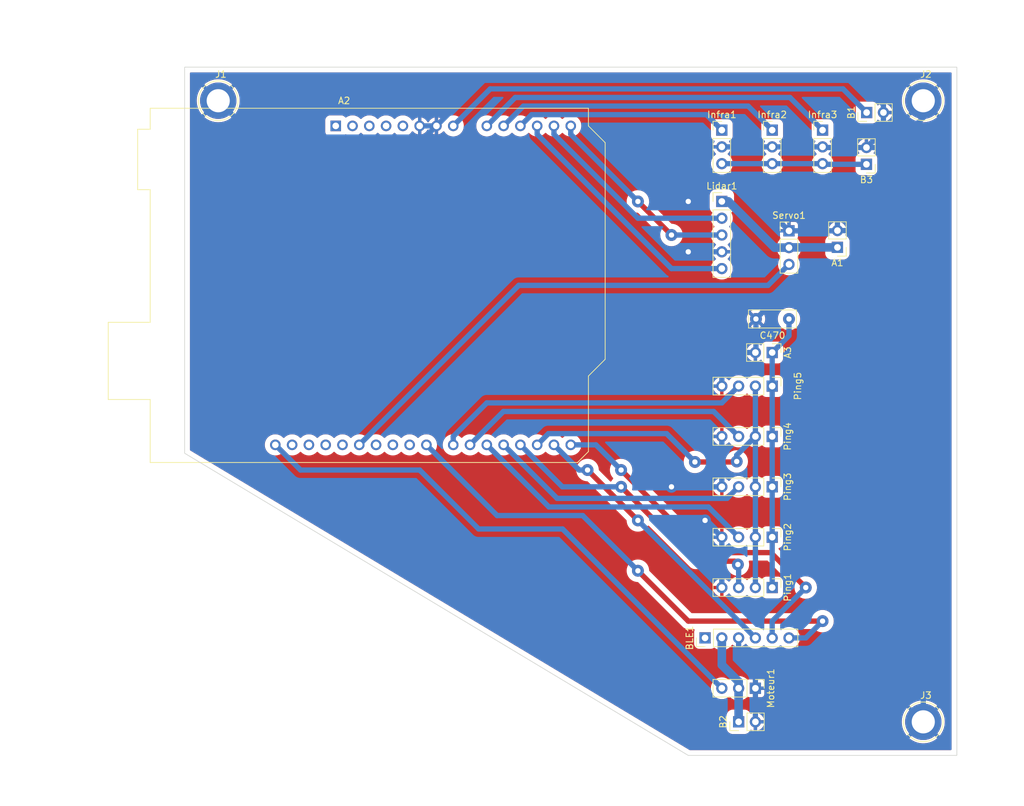
<source format=kicad_pcb>
(kicad_pcb (version 20211014) (generator pcbnew)
  (layers (0 "F.Cu" signal) (31 "B.Cu" signal) (34 "B.Paste" user) (35 "F.Paste" user) (36 "B.SilkS" user "B.Silkscreen") (37 "F.SilkS" user "F.Silkscreen") (38 "B.Mask" user) (39 "F.Mask" user) (44 "Edge.Cuts" user))
  (net 0 "")
  (net 6 "GND")
  (net 7 "/5V_Carte")
  (net 8 "/I3")
  (net 9 "/I2")
  (net 10 "/I1")
  (net 11 "/PWM_Lidar")
  (net 12 "/TX_Lidar")
  (net 13 "/RX_Lidar")
  (net 14 "/RX_BLE")
  (net 15 "/TX_BLE")
  (net 16 "/Trig_Cmd")
  (net 17 "/P1")
  (net 18 "/P3")
  (net 19 "/P2")
  (net 20 "/P4")
  (net 21 "/P5")
  (net 22 "/STATE_BLE")
  (net 26 "/Servo_Cmd")
  (net 30 "/M_Cmd")
  (net 31 "/5V_LID{slash}SRVO")
  (net 32 "/5V_BLE{slash}MOT")
  (net 34 "/5V_PNG")
  (net 35 "/5V_INF")
  (footprint "FootprintGamelGe2:C_Rect_L7.0mm_W2.5mm_P5.00mm" (layer "F.Cu") (at 200.66 88.9 180)
    (fp_text reference "C470" (at 2.5 -2.5) (layer "F.SilkS"))
    (fp_text value "C")
    (fp_line (start -1.12 1.37) (end 6.12 1.37) (layer "F.SilkS") (width 0.12))
    (fp_line (start 6.12 -1.37) (end 6.12 1.37) (layer "F.SilkS") (width 0.12))
    (fp_line (start -1.12 -1.37) (end 6.12 -1.37) (layer "F.SilkS") (width 0.12))
    (fp_line (start -1.12 -1.37) (end -1.12 1.37) (layer "F.SilkS") (width 0.12))
    (pad "1" thru_hole circle locked (at 0 0 180) (size 1.8 1.8) (drill 0.8) (layers *.Cu *.Mask) (net 34 "/5V_PNG"))
    (pad "2" thru_hole circle locked (at 5 0 180) (size 1.8 1.8) (drill 0.8) (layers *.Cu *.Mask) (net 6 "GND"))
  )
  (footprint "Connector_PinHeader_2.54mm:PinHeader_1x02_P2.54mm_Vertical" (layer "F.Cu") (at 193.04 149.86 90)
    (fp_text reference "B2" (at 0 -2.33 90) (layer "F.SilkS"))
    (fp_text value "Conn_01x02" hide)
    (fp_line (start 1.33 1.27) (end 1.33 3.87) (layer "F.SilkS") (width 0.12))
    (fp_line (start -1.33 3.87) (end 1.33 3.87) (layer "F.SilkS") (width 0.12))
    (fp_line (start -1.33 1.27) (end 1.33 1.27) (layer "F.SilkS") (width 0.12))
    (fp_line (start -1.33 0) (end -1.33 -1.33) (layer "F.SilkS") (width 0.12))
    (fp_line (start -1.33 1.27) (end -1.33 3.87) (layer "F.SilkS") (width 0.12))
    (fp_line (start -1.33 -1.33) (end 0 -1.33) (layer "F.SilkS") (width 0.12))
    (pad "1" thru_hole rect (at 0 0 90) (size 1.7 1.7) (drill 1) (layers *.Cu *.Mask) (net 32 "/5V_BLE{slash}MOT"))
    (pad "2" thru_hole oval (at 0 2.54 90) (size 1.7 1.7) (drill 1) (layers *.Cu *.Mask) (net 6 "GND"))
  )
  (footprint "Connector_PinHeader_2.54mm:PinHeader_1x02_P2.54mm_Vertical" (layer "F.Cu") (at 198.12 93.98 -90)
    (fp_text reference "A3" (at 0 -2.33 90) (layer "F.SilkS"))
    (fp_text value "Conn_01x02" hide)
    (fp_line (start -1.33 0) (end -1.33 -1.33) (layer "F.SilkS") (width 0.12))
    (fp_line (start -1.33 1.27) (end 1.33 1.27) (layer "F.SilkS") (width 0.12))
    (fp_line (start -1.33 3.87) (end 1.33 3.87) (layer "F.SilkS") (width 0.12))
    (fp_line (start -1.33 1.27) (end -1.33 3.87) (layer "F.SilkS") (width 0.12))
    (fp_line (start 1.33 1.27) (end 1.33 3.87) (layer "F.SilkS") (width 0.12))
    (fp_line (start -1.33 -1.33) (end 0 -1.33) (layer "F.SilkS") (width 0.12))
    (pad "1" thru_hole rect (at 0 0 270) (size 1.7 1.7) (drill 1) (layers *.Cu *.Mask) (net 34 "/5V_PNG"))
    (pad "2" thru_hole oval (at 0 2.54 270) (size 1.7 1.7) (drill 1) (layers *.Cu *.Mask) (net 6 "GND"))
  )
  (footprint "Connector_PinHeader_2.54mm:PinHeader_1x04_P2.54mm_Vertical" (layer "F.Cu") (at 198.12 121.92 -90)
    (fp_text reference "Ping2" (at 0 -2.33 90) (layer "F.SilkS"))
    (fp_text value "Conn_01x04" hide)
    (fp_line (start -1.33 -1.33) (end 0 -1.33) (layer "F.SilkS") (width 0.12))
    (fp_line (start -1.33 1.27) (end -1.33 8.95) (layer "F.SilkS") (width 0.12))
    (fp_line (start -1.33 0) (end -1.33 -1.33) (layer "F.SilkS") (width 0.12))
    (fp_line (start -1.33 1.27) (end 1.33 1.27) (layer "F.SilkS") (width 0.12))
    (fp_line (start 1.33 1.27) (end 1.33 8.95) (layer "F.SilkS") (width 0.12))
    (fp_line (start -1.33 8.95) (end 1.33 8.95) (layer "F.SilkS") (width 0.12))
    (pad "1" thru_hole rect (at 0 0 270) (size 1.7 1.7) (drill 1) (layers *.Cu *.Mask) (net 34 "/5V_PNG"))
    (pad "2" thru_hole oval (at 0 2.54 270) (size 1.7 1.7) (drill 1) (layers *.Cu *.Mask) (net 16 "/Trig_Cmd"))
    (pad "3" thru_hole oval (at 0 5.08 270) (size 1.7 1.7) (drill 1) (layers *.Cu *.Mask) (net 19 "/P2"))
    (pad "4" thru_hole oval (at 0 7.62 270) (size 1.7 1.7) (drill 1) (layers *.Cu *.Mask) (net 6 "GND"))
  )
  (footprint "Connector_PinHeader_2.54mm:PinHeader_1x03_P2.54mm_Vertical" (layer "F.Cu") (at 205.74 60.325)
    (fp_text reference locked "Infra3" (at 0 -2.33) (layer "F.SilkS"))
    (fp_text value "Conn_01x03" hide)
    (fp_line (start -1.33 6.41) (end 1.33 6.41) (layer "F.SilkS") (width 0.12))
    (fp_line (start -1.33 -1.33) (end 0 -1.33) (layer "F.SilkS") (width 0.12))
    (fp_line (start -1.33 0) (end -1.33 -1.33) (layer "F.SilkS") (width 0.12))
    (fp_line (start 1.33 1.27) (end 1.33 6.41) (layer "F.SilkS") (width 0.12))
    (fp_line (start -1.33 1.27) (end -1.33 6.41) (layer "F.SilkS") (width 0.12))
    (fp_line (start -1.33 1.27) (end 1.33 1.27) (layer "F.SilkS") (width 0.12))
    (pad "1" thru_hole rect (at 0 0) (size 1.7 1.7) (drill 1) (layers *.Cu *.Mask) (net 8 "/I3"))
    (pad "2" thru_hole oval (at 0 2.54) (size 1.7 1.7) (drill 1) (layers *.Cu *.Mask) (net 6 "GND"))
    (pad "3" thru_hole oval (at 0 5.08) (size 1.7 1.7) (drill 1) (layers *.Cu *.Mask) (net 35 "/5V_INF"))
  )
  (footprint "FootprintGamelGe2:Mouting_Screw_3mm" (layer "F.Cu") (at 114.3 55.88)
    (fp_text reference "J1" (at 0.4 -4) (layer "F.SilkS"))
    (fp_text value "Mouting_Screw_3mm")
    (fp_circle (center 0 0) (end 3 0) (layer "F.SilkS") (width 0.12) (fill none))
    (pad "1" thru_hole circle locked (at 0 0) (size 5.5 5.5) (drill 3.5) (layers *.Cu *.Mask) (net 6 "GND"))
  )
  (footprint "Connector_PinHeader_2.54mm:PinHeader_1x06_P2.54mm_Vertical" (layer "F.Cu") (at 187.96 137.16 90)
    (fp_text reference "BLE1" (at 0 -2.33 90) (layer "F.SilkS"))
    (fp_text value "Conn_01x06" hide)
    (fp_line (start -1.33 -1.33) (end 0 -1.33) (layer "F.SilkS") (width 0.12))
    (fp_line (start -1.33 1.27) (end -1.33 14.03) (layer "F.SilkS") (width 0.12))
    (fp_line (start -1.33 0) (end -1.33 -1.33) (layer "F.SilkS") (width 0.12))
    (fp_line (start -1.33 14.03) (end 1.33 14.03) (layer "F.SilkS") (width 0.12))
    (fp_line (start -1.33 1.27) (end 1.33 1.27) (layer "F.SilkS") (width 0.12))
    (fp_line (start 1.33 1.27) (end 1.33 14.03) (layer "F.SilkS") (width 0.12))
    (pad "1" thru_hole rect (at 0 0 90) (size 1.7 1.7) (drill 1) (layers *.Cu *.Mask))
    (pad "2" thru_hole oval (at 0 2.54 90) (size 1.7 1.7) (drill 1) (layers *.Cu *.Mask) (net 32 "/5V_BLE{slash}MOT"))
    (pad "3" thru_hole oval (at 0 5.08 90) (size 1.7 1.7) (drill 1) (layers *.Cu *.Mask) (net 6 "GND"))
    (pad "4" thru_hole oval (at 0 7.62 90) (size 1.7 1.7) (drill 1) (layers *.Cu *.Mask) (net 15 "/TX_BLE"))
    (pad "5" thru_hole oval (at 0 10.16 90) (size 1.7 1.7) (drill 1) (layers *.Cu *.Mask) (net 14 "/RX_BLE"))
    (pad "6" thru_hole oval (at 0 12.7 90) (size 1.7 1.7) (drill 1) (layers *.Cu *.Mask) (net 22 "/STATE_BLE"))
  )
  (footprint "Connector_PinHeader_2.54mm:PinHeader_1x04_P2.54mm_Vertical" (layer "F.Cu") (at 198.12 129.54 -90)
    (fp_text reference "Ping1" (at 0 -2.33 90) (layer "F.SilkS"))
    (fp_text value "Conn_01x04" hide)
    (fp_line (start -1.33 -1.33) (end 0 -1.33) (layer "F.SilkS") (width 0.12))
    (fp_line (start 1.33 1.27) (end 1.33 8.95) (layer "F.SilkS") (width 0.12))
    (fp_line (start -1.33 0) (end -1.33 -1.33) (layer "F.SilkS") (width 0.12))
    (fp_line (start -1.33 8.95) (end 1.33 8.95) (layer "F.SilkS") (width 0.12))
    (fp_line (start -1.33 1.27) (end -1.33 8.95) (layer "F.SilkS") (width 0.12))
    (fp_line (start -1.33 1.27) (end 1.33 1.27) (layer "F.SilkS") (width 0.12))
    (pad "1" thru_hole rect (at 0 0 270) (size 1.7 1.7) (drill 1) (layers *.Cu *.Mask) (net 34 "/5V_PNG"))
    (pad "2" thru_hole oval (at 0 2.54 270) (size 1.7 1.7) (drill 1) (layers *.Cu *.Mask) (net 16 "/Trig_Cmd"))
    (pad "3" thru_hole oval (at 0 5.08 270) (size 1.7 1.7) (drill 1) (layers *.Cu *.Mask) (net 17 "/P1"))
    (pad "4" thru_hole oval (at 0 7.62 270) (size 1.7 1.7) (drill 1) (layers *.Cu *.Mask) (net 6 "GND"))
  )
  (footprint "Connector_PinHeader_2.54mm:PinHeader_1x02_P2.54mm_Vertical" (layer "F.Cu") (at 212.40985 57.667361 90)
    (fp_text reference "B1" (at 0 -2.33 90) (layer "F.SilkS"))
    (fp_text value "Conn_01x02" hide)
    (fp_line (start -1.33 1.27) (end 1.33 1.27) (layer "F.SilkS") (width 0.12))
    (fp_line (start -1.33 1.27) (end -1.33 3.87) (layer "F.SilkS") (width 0.12))
    (fp_line (start -1.33 0) (end -1.33 -1.33) (layer "F.SilkS") (width 0.12))
    (fp_line (start -1.33 3.87) (end 1.33 3.87) (layer "F.SilkS") (width 0.12))
    (fp_line (start -1.33 -1.33) (end 0 -1.33) (layer "F.SilkS") (width 0.12))
    (fp_line (start 1.33 1.27) (end 1.33 3.87) (layer "F.SilkS") (width 0.12))
    (pad "1" thru_hole rect (at 0 0 90) (size 1.7 1.7) (drill 1) (layers *.Cu *.Mask) (net 7 "/5V_Carte"))
    (pad "2" thru_hole oval (at 0 2.54 90) (size 1.7 1.7) (drill 1) (layers *.Cu *.Mask) (net 6 "GND"))
  )
  (footprint "Module:Arduino_UNO_R3" (layer "F.Cu") (at 132.08 59.69)
    (fp_text reference "A2" (at 1.27 -3.81 180) (layer "F.SilkS"))
    (fp_text value "Arduino_UNO_R3")
    (fp_line (start 40.77 35.31) (end 40.77 2.54) (layer "F.SilkS") (width 0.12))
    (fp_line (start -29.97 9.65) (end -28.07 9.65) (layer "F.SilkS") (width 0.12))
    (fp_line (start 38.23 49.28) (end 38.23 37.85) (layer "F.SilkS") (width 0.12))
    (fp_line (start -34.42 29.72) (end -34.42 41.4) (layer "F.SilkS") (width 0.12))
    (fp_line (start -28.07 9.65) (end -28.07 29.72) (layer "F.SilkS") (width 0.12))
    (fp_line (start 38.23 37.85) (end 40.77 35.31) (layer "F.SilkS") (width 0.12))
    (fp_line (start -34.42 41.4) (end -28.07 41.4) (layer "F.SilkS") (width 0.12))
    (fp_line (start -28.07 0.51) (end -29.97 0.51) (layer "F.SilkS") (width 0.12))
    (fp_line (start -28.07 50.93) (end 36.58 50.93) (layer "F.SilkS") (width 0.12))
    (fp_line (start -28.07 -2.67) (end -28.07 0.51) (layer "F.SilkS") (width 0.12))
    (fp_line (start 38.23 0) (end 38.23 -2.67) (layer "F.SilkS") (width 0.12))
    (fp_line (start -28.07 41.4) (end -28.07 50.93) (layer "F.SilkS") (width 0.12))
    (fp_line (start 38.23 -2.67) (end -28.07 -2.67) (layer "F.SilkS") (width 0.12))
    (fp_line (start 36.58 50.93) (end 38.23 49.28) (layer "F.SilkS") (width 0.12))
    (fp_line (start -29.97 0.51) (end -29.97 9.65) (layer "F.SilkS") (width 0.12))
    (fp_line (start 40.77 2.54) (end 38.23 0) (layer "F.SilkS") (width 0.12))
    (fp_line (start -28.07 29.72) (end -34.42 29.72) (layer "F.SilkS") (width 0.12))
    (pad "1" thru_hole rect (at 0 0 90) (size 1.6 1.6) (drill 1) (layers *.Cu *.Mask))
    (pad "2" thru_hole oval (at 2.54 0 90) (size 1.6 1.6) (drill 1) (layers *.Cu *.Mask))
    (pad "3" thru_hole oval (at 5.08 0 90) (size 1.6 1.6) (drill 1) (layers *.Cu *.Mask))
    (pad "4" thru_hole oval (at 7.62 0 90) (size 1.6 1.6) (drill 1) (layers *.Cu *.Mask))
    (pad "5" thru_hole oval (at 10.16 0 90) (size 1.6 1.6) (drill 1) (layers *.Cu *.Mask))
    (pad "6" thru_hole oval (at 12.7 0 90) (size 1.6 1.6) (drill 1) (layers *.Cu *.Mask) (net 6 "GND"))
    (pad "7" thru_hole oval (at 15.24 0 90) (size 1.6 1.6) (drill 1) (layers *.Cu *.Mask) (net 6 "GND"))
    (pad "8" thru_hole oval (at 17.78 0 90) (size 1.6 1.6) (drill 1) (layers *.Cu *.Mask) (net 7 "/5V_Carte"))
    (pad "9" thru_hole oval (at 22.86 0 90) (size 1.6 1.6) (drill 1) (layers *.Cu *.Mask) (net 8 "/I3"))
    (pad "10" thru_hole oval (at 25.4 0 90) (size 1.6 1.6) (drill 1) (layers *.Cu *.Mask) (net 9 "/I2"))
    (pad "11" thru_hole oval (at 27.94 0 90) (size 1.6 1.6) (drill 1) (layers *.Cu *.Mask) (net 10 "/I1"))
    (pad "12" thru_hole oval (at 30.48 0 90) (size 1.6 1.6) (drill 1) (layers *.Cu *.Mask) (net 11 "/PWM_Lidar"))
    (pad "13" thru_hole oval (at 33.02 0 90) (size 1.6 1.6) (drill 1) (layers *.Cu *.Mask) (net 12 "/TX_Lidar"))
    (pad "14" thru_hole oval (at 35.56 0 90) (size 1.6 1.6) (drill 1) (layers *.Cu *.Mask) (net 13 "/RX_Lidar"))
    (pad "15" thru_hole oval (at 35.56 48.26 90) (size 1.6 1.6) (drill 1) (layers *.Cu *.Mask) (net 14 "/RX_BLE"))
    (pad "16" thru_hole oval (at 33.02 48.26 90) (size 1.6 1.6) (drill 1) (layers *.Cu *.Mask) (net 15 "/TX_BLE"))
    (pad "17" thru_hole oval (at 30.48 48.26 90) (size 1.6 1.6) (drill 1) (layers *.Cu *.Mask) (net 16 "/Trig_Cmd"))
    (pad "18" thru_hole oval (at 27.94 48.26 90) (size 1.6 1.6) (drill 1) (layers *.Cu *.Mask) (net 17 "/P1"))
    (pad "19" thru_hole oval (at 25.4 48.26 90) (size 1.6 1.6) (drill 1) (layers *.Cu *.Mask) (net 18 "/P3"))
    (pad "20" thru_hole oval (at 22.86 48.26 90) (size 1.6 1.6) (drill 1) (layers *.Cu *.Mask) (net 19 "/P2"))
    (pad "21" thru_hole oval (at 20.32 48.26 90) (size 1.6 1.6) (drill 1) (layers *.Cu *.Mask) (net 20 "/P4"))
    (pad "22" thru_hole oval (at 17.78 48.26 90) (size 1.6 1.6) (drill 1) (layers *.Cu *.Mask) (net 21 "/P5"))
    (pad "23" thru_hole oval (at 13.72 48.26 90) (size 1.6 1.6) (drill 1) (layers *.Cu *.Mask) (net 22 "/STATE_BLE"))
    (pad "24" thru_hole oval (at 11.18 48.26 90) (size 1.6 1.6) (drill 1) (layers *.Cu *.Mask))
    (pad "25" thru_hole oval (at 8.64 48.26 90) (size 1.6 1.6) (drill 1) (layers *.Cu *.Mask))
    (pad "26" thru_hole oval (at 6.1 48.26 90) (size 1.6 1.6) (drill 1) (layers *.Cu *.Mask))
    (pad "27" thru_hole oval (at 3.56 48.26 90) (size 1.6 1.6) (drill 1) (layers *.Cu *.Mask) (net 26 "/Servo_Cmd"))
    (pad "28" thru_hole oval (at 1.02 48.26 90) (size 1.6 1.6) (drill 1) (layers *.Cu *.Mask))
    (pad "29" thru_hole oval (at -1.52 48.26 90) (size 1.6 1.6) (drill 1) (layers *.Cu *.Mask))
    (pad "30" thru_hole oval (at -4.06 48.26 90) (size 1.6 1.6) (drill 1) (layers *.Cu *.Mask))
    (pad "31" thru_hole oval (at -6.6 48.26 90) (size 1.6 1.6) (drill 1) (layers *.Cu *.Mask))
    (pad "32" thru_hole oval (at -9.14 48.26 90) (size 1.6 1.6) (drill 1) (layers *.Cu *.Mask) (net 30 "/M_Cmd"))
  )
  (footprint "Connector_PinHeader_2.54mm:PinHeader_1x03_P2.54mm_Vertical" (layer "F.Cu") (at 195.58 144.78 -90)
    (fp_text reference "Moteur1" (at 0 -2.33 90) (layer "F.SilkS"))
    (fp_text value "Conn_01x03" hide)
    (fp_line (start -1.33 0) (end -1.33 -1.33) (layer "F.SilkS") (width 0.12))
    (fp_line (start -1.33 1.27) (end 1.33 1.27) (layer "F.SilkS") (width 0.12))
    (fp_line (start -1.33 -1.33) (end 0 -1.33) (layer "F.SilkS") (width 0.12))
    (fp_line (start -1.33 6.41) (end 1.33 6.41) (layer "F.SilkS") (width 0.12))
    (fp_line (start -1.33 1.27) (end -1.33 6.41) (layer "F.SilkS") (width 0.12))
    (fp_line (start 1.33 1.27) (end 1.33 6.41) (layer "F.SilkS") (width 0.12))
    (pad "1" thru_hole rect (at 0 0 270) (size 1.7 1.7) (drill 1) (layers *.Cu *.Mask) (net 6 "GND"))
    (pad "2" thru_hole oval (at 0 2.54 270) (size 1.7 1.7) (drill 1) (layers *.Cu *.Mask) (net 32 "/5V_BLE{slash}MOT"))
    (pad "3" thru_hole oval (at 0 5.08 270) (size 1.7 1.7) (drill 1) (layers *.Cu *.Mask) (net 30 "/M_Cmd"))
  )
  (footprint "FootprintGamelGe2:Mouting_Screw_3mm" (layer "F.Cu") (at 220.98 55.88)
    (fp_text reference "J2" (at 0.4 -4) (layer "F.SilkS"))
    (fp_text value "Mouting_Screw_3mm")
    (fp_circle (center 0 0) (end 3 0) (layer "F.SilkS") (width 0.12) (fill none))
    (pad "1" thru_hole circle locked (at 0 0) (size 5.5 5.5) (drill 3.5) (layers *.Cu *.Mask) (net 6 "GND"))
  )
  (footprint "Connector_PinHeader_2.54mm:PinHeader_1x02_P2.54mm_Vertical" (layer "F.Cu") (at 212.38252 65.501284 180)
    (fp_text reference "B3" (at 0 -2.33) (layer "F.SilkS"))
    (fp_text value "Conn_01x02" hide)
    (fp_line (start -1.33 0) (end -1.33 -1.33) (layer "F.SilkS") (width 0.12))
    (fp_line (start -1.33 1.27) (end -1.33 3.87) (layer "F.SilkS") (width 0.12))
    (fp_line (start -1.33 1.27) (end 1.33 1.27) (layer "F.SilkS") (width 0.12))
    (fp_line (start -1.33 -1.33) (end 0 -1.33) (layer "F.SilkS") (width 0.12))
    (fp_line (start 1.33 1.27) (end 1.33 3.87) (layer "F.SilkS") (width 0.12))
    (fp_line (start -1.33 3.87) (end 1.33 3.87) (layer "F.SilkS") (width 0.12))
    (pad "1" thru_hole rect (at 0 0 180) (size 1.7 1.7) (drill 1) (layers *.Cu *.Mask) (net 35 "/5V_INF"))
    (pad "2" thru_hole oval (at 0 2.54 180) (size 1.7 1.7) (drill 1) (layers *.Cu *.Mask) (net 6 "GND"))
  )
  (footprint "Connector_PinHeader_2.54mm:PinHeader_1x03_P2.54mm_Vertical" (layer "F.Cu") (at 200.66 75.565)
    (fp_text reference "Servo1" (at 0 -2.33) (layer "F.SilkS"))
    (fp_text value "Conn_01x03" hide)
    (fp_line (start -1.33 -1.33) (end 0 -1.33) (layer "F.SilkS") (width 0.12))
    (fp_line (start -1.33 1.27) (end 1.33 1.27) (layer "F.SilkS") (width 0.12))
    (fp_line (start 1.33 1.27) (end 1.33 6.41) (layer "F.SilkS") (width 0.12))
    (fp_line (start -1.33 0) (end -1.33 -1.33) (layer "F.SilkS") (width 0.12))
    (fp_line (start -1.33 6.41) (end 1.33 6.41) (layer "F.SilkS") (width 0.12))
    (fp_line (start -1.33 1.27) (end -1.33 6.41) (layer "F.SilkS") (width 0.12))
    (pad "1" thru_hole rect (at 0 0) (size 1.7 1.7) (drill 1) (layers *.Cu *.Mask) (net 6 "GND"))
    (pad "2" thru_hole oval (at 0 2.54) (size 1.7 1.7) (drill 1) (layers *.Cu *.Mask) (net 31 "/5V_LID{slash}SRVO"))
    (pad "3" thru_hole oval (at 0 5.08) (size 1.7 1.7) (drill 1) (layers *.Cu *.Mask) (net 26 "/Servo_Cmd"))
  )
  (footprint "Connector_PinHeader_2.54mm:PinHeader_1x03_P2.54mm_Vertical" (layer "F.Cu") (at 190.5 60.325)
    (fp_text reference "Infra1" (at 0 -2.33) (layer "F.SilkS"))
    (fp_text value "Conn_01x03" hide)
    (fp_line (start -1.33 1.27) (end 1.33 1.27) (layer "F.SilkS") (width 0.12))
    (fp_line (start -1.33 6.41) (end 1.33 6.41) (layer "F.SilkS") (width 0.12))
    (fp_line (start -1.33 1.27) (end -1.33 6.41) (layer "F.SilkS") (width 0.12))
    (fp_line (start -1.33 0) (end -1.33 -1.33) (layer "F.SilkS") (width 0.12))
    (fp_line (start 1.33 1.27) (end 1.33 6.41) (layer "F.SilkS") (width 0.12))
    (fp_line (start -1.33 -1.33) (end 0 -1.33) (layer "F.SilkS") (width 0.12))
    (pad "1" thru_hole rect (at 0 0) (size 1.7 1.7) (drill 1) (layers *.Cu *.Mask) (net 10 "/I1"))
    (pad "2" thru_hole oval (at 0 2.54) (size 1.7 1.7) (drill 1) (layers *.Cu *.Mask) (net 6 "GND"))
    (pad "3" thru_hole oval (at 0 5.08) (size 1.7 1.7) (drill 1) (layers *.Cu *.Mask) (net 35 "/5V_INF"))
  )
  (footprint "FootprintGamelGe2:Mouting_Screw_3mm" (layer "F.Cu") (at 220.98 149.86)
    (fp_text reference "J3" (at 0.4 -4) (layer "F.SilkS"))
    (fp_text value "Mouting_Screw_3mm")
    (fp_circle (center 0 0) (end 3 0) (layer "F.SilkS") (width 0.12) (fill none))
    (pad "1" thru_hole circle locked (at 0 0) (size 5.5 5.5) (drill 3.5) (layers *.Cu *.Mask) (net 6 "GND"))
  )
  (footprint "Connector_PinHeader_2.54mm:PinHeader_1x04_P2.54mm_Vertical" (layer "F.Cu") (at 198.12 99.06 -90)
    (fp_text reference "Ping5" (at 0 -3.875693 90) (layer "F.SilkS"))
    (fp_text value "Conn_01x04" hide)
    (fp_line (start -1.33 0) (end -1.33 -1.33) (layer "F.SilkS") (width 0.12))
    (fp_line (start -1.33 1.27) (end 1.33 1.27) (layer "F.SilkS") (width 0.12))
    (fp_line (start -1.33 -1.33) (end 0 -1.33) (layer "F.SilkS") (width 0.12))
    (fp_line (start -1.33 8.95) (end 1.33 8.95) (layer "F.SilkS") (width 0.12))
    (fp_line (start 1.33 1.27) (end 1.33 8.95) (layer "F.SilkS") (width 0.12))
    (fp_line (start -1.33 1.27) (end -1.33 8.95) (layer "F.SilkS") (width 0.12))
    (pad "1" thru_hole rect (at 0 0 270) (size 1.7 1.7) (drill 1) (layers *.Cu *.Mask) (net 34 "/5V_PNG"))
    (pad "2" thru_hole oval (at 0 2.54 270) (size 1.7 1.7) (drill 1) (layers *.Cu *.Mask) (net 16 "/Trig_Cmd"))
    (pad "3" thru_hole oval (at 0 5.08 270) (size 1.7 1.7) (drill 1) (layers *.Cu *.Mask) (net 21 "/P5"))
    (pad "4" thru_hole oval (at 0 7.62 270) (size 1.7 1.7) (drill 1) (layers *.Cu *.Mask) (net 6 "GND"))
  )
  (footprint "Connector_PinHeader_2.54mm:PinHeader_1x03_P2.54mm_Vertical" (layer "F.Cu") (at 198.12 60.325)
    (fp_text reference "Infra2" (at 0 -2.33) (layer "F.SilkS"))
    (fp_text value "Conn_01x03" hide)
    (fp_line (start -1.33 6.41) (end 1.33 6.41) (layer "F.SilkS") (width 0.12))
    (fp_line (start 1.33 1.27) (end 1.33 6.41) (layer "F.SilkS") (width 0.12))
    (fp_line (start -1.33 0) (end -1.33 -1.33) (layer "F.SilkS") (width 0.12))
    (fp_line (start -1.33 -1.33) (end 0 -1.33) (layer "F.SilkS") (width 0.12))
    (fp_line (start -1.33 1.27) (end 1.33 1.27) (layer "F.SilkS") (width 0.12))
    (fp_line (start -1.33 1.27) (end -1.33 6.41) (layer "F.SilkS") (width 0.12))
    (pad "1" thru_hole rect (at 0 0) (size 1.7 1.7) (drill 1) (layers *.Cu *.Mask) (net 9 "/I2"))
    (pad "2" thru_hole oval (at 0 2.54) (size 1.7 1.7) (drill 1) (layers *.Cu *.Mask) (net 6 "GND"))
    (pad "3" thru_hole oval (at 0 5.08) (size 1.7 1.7) (drill 1) (layers *.Cu *.Mask) (net 35 "/5V_INF"))
  )
  (footprint "Connector_PinHeader_2.54mm:PinHeader_1x04_P2.54mm_Vertical" (layer "F.Cu") (at 198.12 106.68 -90)
    (fp_text reference "Ping4" (at 0 -2.33 90) (layer "F.SilkS"))
    (fp_text value "Conn_01x04" hide)
    (fp_line (start -1.33 0) (end -1.33 -1.33) (layer "F.SilkS") (width 0.12))
    (fp_line (start -1.33 -1.33) (end 0 -1.33) (layer "F.SilkS") (width 0.12))
    (fp_line (start -1.33 1.27) (end -1.33 8.95) (layer "F.SilkS") (width 0.12))
    (fp_line (start -1.33 8.95) (end 1.33 8.95) (layer "F.SilkS") (width 0.12))
    (fp_line (start 1.33 1.27) (end 1.33 8.95) (layer "F.SilkS") (width 0.12))
    (fp_line (start -1.33 1.27) (end 1.33 1.27) (layer "F.SilkS") (width 0.12))
    (pad "1" thru_hole rect (at 0 0 270) (size 1.7 1.7) (drill 1) (layers *.Cu *.Mask) (net 34 "/5V_PNG"))
    (pad "2" thru_hole oval (at 0 2.54 270) (size 1.7 1.7) (drill 1) (layers *.Cu *.Mask) (net 16 "/Trig_Cmd"))
    (pad "3" thru_hole oval (at 0 5.08 270) (size 1.7 1.7) (drill 1) (layers *.Cu *.Mask) (net 20 "/P4"))
    (pad "4" thru_hole oval (at 0 7.62 270) (size 1.7 1.7) (drill 1) (layers *.Cu *.Mask) (net 6 "GND"))
  )
  (footprint "Connector_PinHeader_2.54mm:PinHeader_1x04_P2.54mm_Vertical" (layer "F.Cu") (at 198.12 114.3 -90)
    (fp_text reference "Ping3" (at 0 -2.33 90) (layer "F.SilkS"))
    (fp_text value "Conn_01x04" hide)
    (fp_line (start -1.33 0) (end -1.33 -1.33) (layer "F.SilkS") (width 0.12))
    (fp_line (start -1.33 1.27) (end -1.33 8.95) (layer "F.SilkS") (width 0.12))
    (fp_line (start -1.33 -1.33) (end 0 -1.33) (layer "F.SilkS") (width 0.12))
    (fp_line (start 1.33 1.27) (end 1.33 8.95) (layer "F.SilkS") (width 0.12))
    (fp_line (start -1.33 8.95) (end 1.33 8.95) (layer "F.SilkS") (width 0.12))
    (fp_line (start -1.33 1.27) (end 1.33 1.27) (layer "F.SilkS") (width 0.12))
    (pad "1" thru_hole rect (at 0 0 270) (size 1.7 1.7) (drill 1) (layers *.Cu *.Mask) (net 34 "/5V_PNG"))
    (pad "2" thru_hole oval (at 0 2.54 270) (size 1.7 1.7) (drill 1) (layers *.Cu *.Mask) (net 16 "/Trig_Cmd"))
    (pad "3" thru_hole oval (at 0 5.08 270) (size 1.7 1.7) (drill 1) (layers *.Cu *.Mask) (net 18 "/P3"))
    (pad "4" thru_hole oval (at 0 7.62 270) (size 1.7 1.7) (drill 1) (layers *.Cu *.Mask) (net 6 "GND"))
  )
  (footprint "Connector_PinHeader_2.54mm:PinHeader_1x02_P2.54mm_Vertical" (layer "F.Cu") (at 207.99113 78.070643 180)
    (fp_text reference "A1" (at 0 -2.33) (layer "F.SilkS"))
    (fp_text value "Conn_01x02" hide)
    (fp_line (start -1.33 -1.33) (end 0 -1.33) (layer "F.SilkS") (width 0.12))
    (fp_line (start -1.33 3.87) (end 1.33 3.87) (layer "F.SilkS") (width 0.12))
    (fp_line (start -1.33 0) (end -1.33 -1.33) (layer "F.SilkS") (width 0.12))
    (fp_line (start 1.33 1.27) (end 1.33 3.87) (layer "F.SilkS") (width 0.12))
    (fp_line (start -1.33 1.27) (end -1.33 3.87) (layer "F.SilkS") (width 0.12))
    (fp_line (start -1.33 1.27) (end 1.33 1.27) (layer "F.SilkS") (width 0.12))
    (pad "1" thru_hole rect (at 0 0 180) (size 1.7 1.7) (drill 1) (layers *.Cu *.Mask) (net 31 "/5V_LID{slash}SRVO"))
    (pad "2" thru_hole oval (at 0 2.54 180) (size 1.7 1.7) (drill 1) (layers *.Cu *.Mask) (net 6 "GND"))
  )
  (footprint "Connector_PinHeader_2.54mm:PinHeader_1x05_P2.54mm_Vertical" (layer "F.Cu") (at 190.5 71.12)
    (fp_text reference "Lidar1" (at 0 -2.33) (layer "F.SilkS"))
    (fp_text value "Conn_01x05" hide)
    (fp_line (start -1.33 1.27) (end 1.33 1.27) (layer "F.SilkS") (width 0.12))
    (fp_line (start -1.33 0) (end -1.33 -1.33) (layer "F.SilkS") (width 0.12))
    (fp_line (start -1.33 -1.33) (end 0 -1.33) (layer "F.SilkS") (width 0.12))
    (fp_line (start -1.33 11.49) (end 1.33 11.49) (layer "F.SilkS") (width 0.12))
    (fp_line (start 1.33 1.27) (end 1.33 11.49) (layer "F.SilkS") (width 0.12))
    (fp_line (start -1.33 1.27) (end -1.33 11.49) (layer "F.SilkS") (width 0.12))
    (pad "1" thru_hole rect (at 0 0) (size 1.7 1.7) (drill 1) (layers *.Cu *.Mask) (net 31 "/5V_LID{slash}SRVO"))
    (pad "2" thru_hole oval (at 0 2.54) (size 1.7 1.7) (drill 1) (layers *.Cu *.Mask) (net 12 "/TX_Lidar"))
    (pad "3" thru_hole oval (at 0 5.08) (size 1.7 1.7) (drill 1) (layers *.Cu *.Mask) (net 13 "/RX_Lidar"))
    (pad "4" thru_hole oval (at 0 7.62) (size 1.7 1.7) (drill 1) (layers *.Cu *.Mask) (net 6 "GND"))
    (pad "5" thru_hole oval (at 0 10.16) (size 1.7 1.7) (drill 1) (layers *.Cu *.Mask) (net 11 "/PWM_Lidar"))
  )
  (gr_poly (pts (xy 226.06 154.94) (xy 185.42 154.94) (xy 109.22 109.22) (xy 109.22 50.8) (xy 226.06 50.8)) (layer "Edge.Cuts") (width 0.1) (fill none))
  (segment (start 187.96 119.38) (end 182.88 114.3) (width 0.8) (layer "F.Cu") (net 6))
  (segment (start 185.42 71.12) (end 185.42 78.74) (width 0.8) (layer "F.Cu") (net 6))
  (via (at 185.42 78.74) (size 1.8) (drill 0.8) (layers "F.Cu" "B.Cu") (net 6))
  (via (at 182.88 114.3) (size 1.8) (drill 0.8) (layers "F.Cu" "B.Cu") (net 6))
  (via (at 187.96 119.38) (size 1.8) (drill 0.8) (layers "F.Cu" "B.Cu") (net 6))
  (via (at 185.42 71.12) (size 1.8) (drill 0.8) (layers "F.Cu" "B.Cu") (net 6))
  (segment (start 205.836284 62.961284) (end 205.74 62.865) (width 0.8) (layer "B.Cu") (net 6))
  (segment (start 208.28 83.82) (end 210.82 86.36) (width 0.8) (layer "B.Cu") (net 6))
  (segment (start 214.94985 60.393954) (end 212.38252 62.961284) (width 0.8) (layer "B.Cu") (net 6))
  (segment (start 205.74 62.865) (end 198.12 62.865) (width 0.8) (layer "B.Cu") (net 6))
  (segment (start 200.66 75.565) (end 207.956773 75.565) (width 0.8) (layer "B.Cu") (net 6))
  (segment (start 210.82 129.54) (end 220.98 139.7) (width 0.8) (layer "B.Cu") (net 6))
  (segment (start 187.96 68.58) (end 185.42 71.12) (width 0.8) (layer "B.Cu") (net 6))
  (segment (start 195.66 93.9) (end 195.58 93.98) (width 0.8) (layer "B.Cu") (net 6))
  (segment (start 211.276981 52.792411) (end 154.217589 52.792411) (width 0.8) (layer "B.Cu") (net 6))
  (segment (start 190.5 129.54) (end 190.5 121.92) (width 0.8) (layer "B.Cu") (net 6))
  (segment (start 207.99113 75.530643) (end 210.150643 75.530643) (width 0.8) (layer "B.Cu") (net 6))
  (segment (start 215.9 63.5) (end 215.9 68.58) (width 0.8) (layer "B.Cu") (net 6))
  (segment (start 212.38252 62.961284) (end 205.836284 62.961284) (width 0.8) (layer "B.Cu") (net 6))
  (segment (start 210.150643 75.530643) (end 210.82 76.2) (width 0.8) (layer "B.Cu") (net 6))
  (segment (start 214.94985 57.667361) (end 214.94985 60.393954) (width 0.8) (layer "B.Cu") (net 6))
  (segment (start 195.66 91.36) (end 195.58 91.44) (width 0.8) (layer "B.Cu") (net 6))
  (segment (start 182.88 114.3) (end 190.5 114.3) (width 0.8) (layer "B.Cu") (net 6))
  (segment (start 210.82 86.36) (end 210.82 129.54) (width 0.8) (layer "B.Cu") (net 6))
  (segment (start 210.82 81.28) (end 208.28 83.82) (width 0.8) (layer "B.Cu") (net 6))
  (segment (start 190.5 96.52) (end 193.04 93.98) (width 0.8) (layer "B.Cu") (net 6))
  (segment (start 193.675 68.58) (end 187.96 68.58) (width 0.8) (layer "B.Cu") (net 6))
  (segment (start 220.98 58.42) (end 215.9 63.5) (width 0.8) (layer "B.Cu") (net 6))
  (segment (start 190.5 62.865) (end 198.12 62.865) (width 0.8) (layer "B.Cu") (net 6))
  (segment (start 209.827596 69.572404) (end 207.99113 71.40887) (width 0.8) (layer "B.Cu") (net 6))
  (segment (start 145.620489 61.389511) (end 119.809511 61.389511) (width 0.8) (layer "B.Cu") (net 6))
  (segment (start 220.98 139.7) (end 220.98 149.86) (width 0.8) (layer "B.Cu") (net 6))
  (segment (start 147.32 59.69) (end 145.620489 61.389511) (width 0.8) (layer "B.Cu") (net 6))
  (segment (start 154.217589 52.792411) (end 147.32 59.69) (width 0.8) (layer "B.Cu") (net 6))
  (segment (start 190.5 121.92) (end 187.96 119.38) (width 0.8) (layer "B.Cu") (net 6))
  (segment (start 212.38252 62.961284) (end 215.361284 62.961284) (width 0.8) (layer "B.Cu") (net 6))
  (segment (start 210.82 76.2) (end 210.82 81.28) (width 0.8) (layer "B.Cu") (net 6))
  (segment (start 193.04 139.7) (end 195.58 142.24) (width 0.8) (layer "B.Cu") (net 6))
  (segment (start 200.66 75.565) (end 193.675 68.58) (width 0.8) (layer "B.Cu") (net 6))
  (segment (start 193.04 93.98) (end 195.58 93.98) (width 0.8) (layer "B.Cu") (net 6))
  (segment (start 185.42 78.74) (end 190.5 78.74) (width 0.8) (layer "B.Cu") (net 6))
  (segment (start 207.99113 71.40887) (end 207.99113 75.530643) (width 0.8) (layer "B.Cu") (net 6))
  (segment (start 193.04 137.16) (end 193.04 139.7) (width 0.8) (layer "B.Cu") (net 6))
  (segment (start 215.361284 62.961284) (end 215.9 63.5) (width 0.8) (layer "B.Cu") (net 6))
  (segment (start 207.956773 75.565) (end 207.99113 75.530643) (width 0.8) (layer "B.Cu") (net 6))
  (segment (start 214.94985 56.46528) (end 211.276981 52.792411) (width 0.8) (layer "B.Cu") (net 6))
  (segment (start 147.32 59.69) (end 144.78 59.69) (width 0.8) (layer "B.Cu") (net 6))
  (segment (start 200.74 83.82) (end 195.66 88.9) (width 0.8) (layer "B.Cu") (net 6))
  (segment (start 208.28 83.82) (end 200.74 83.82) (width 0.8) (layer "B.Cu") (net 6))
  (segment (start 195.58 142.24) (end 195.58 144.78) (width 0.8) (layer "B.Cu") (net 6))
  (segment (start 195.66 88.9) (end 195.66 93.9) (width 0.8) (layer "B.Cu") (net 6))
  (segment (start 190.5 114.3) (end 190.5 106.68) (width 0.8) (layer "B.Cu") (net 6))
  (segment (start 119.809511 61.389511) (end 114.3 55.88) (width 0.8) (layer "B.Cu") (net 6))
  (segment (start 190.5 96.52) (end 190.5 99.06) (width 0.8) (layer "B.Cu") (net 6))
  (segment (start 220.98 55.88) (end 220.98 58.42) (width 0.8) (layer "B.Cu") (net 6))
  (segment (start 195.58 149.86) (end 195.58 144.78) (width 0.8) (layer "B.Cu") (net 6))
  (segment (start 214.907596 69.572404) (end 209.827596 69.572404) (width 0.8) (layer "B.Cu") (net 6))
  (segment (start 215.9 68.58) (end 214.907596 69.572404) (width 0.8) (layer "B.Cu") (net 6))
  (segment (start 214.94985 57.667361) (end 214.94985 56.46528) (width 0.8) (layer "B.Cu") (net 6))
  (segment (start 212.40985 57.667361) (end 208.83442 54.091931) (width 0.8) (layer "B.Cu") (net 7))
  (segment (start 155.458069 54.091931) (end 149.86 59.69) (width 0.8) (layer "B.Cu") (net 7))
  (segment (start 208.83442 54.091931) (end 155.458069 54.091931) (width 0.8) (layer "B.Cu") (net 7))
  (segment (start 200.80645 55.39145) (end 159.23855 55.39145) (width 0.8) (layer "B.Cu") (net 8))
  (segment (start 205.74 60.325) (end 200.80645 55.39145) (width 0.8) (layer "B.Cu") (net 8))
  (segment (start 159.23855 55.39145) (end 154.94 59.69) (width 0.8) (layer "B.Cu") (net 8))
  (segment (start 194.48597 56.69097) (end 160.47903 56.69097) (width 0.8) (layer "B.Cu") (net 9))
  (segment (start 198.12 60.325) (end 194.48597 56.69097) (width 0.8) (layer "B.Cu") (net 9))
  (segment (start 160.47903 56.69097) (end 157.48 59.69) (width 0.8) (layer "B.Cu") (net 9))
  (segment (start 188.165489 57.990489) (end 161.719511 57.990489) (width 0.8) (layer "B.Cu") (net 10))
  (segment (start 161.719511 57.990489) (end 160.02 59.69) (width 0.8) (layer "B.Cu") (net 10))
  (segment (start 190.5 60.325) (end 188.165489 57.990489) (width 0.8) (layer "B.Cu") (net 10))
  (segment (start 182.88 81.28) (end 162.56 60.96) (width 0.8) (layer "B.Cu") (net 11))
  (segment (start 162.56 60.96) (end 162.56 59.69) (width 0.8) (layer "B.Cu") (net 11))
  (segment (start 190.5 81.28) (end 182.88 81.28) (width 0.8) (layer "B.Cu") (net 11))
  (segment (start 165.1 59.69) (end 165.1 60.96) (width 0.8) (layer "B.Cu") (net 12))
  (segment (start 177.8 73.66) (end 190.5 73.66) (width 0.8) (layer "B.Cu") (net 12))
  (segment (start 165.1 60.96) (end 177.8 73.66) (width 0.8) (layer "B.Cu") (net 12))
  (segment (start 182.88 76.2) (end 177.8 71.12) (width 0.8) (layer "F.Cu") (net 13))
  (via (at 177.8 71.12) (size 1.8) (drill 0.8) (layers "F.Cu" "B.Cu") (net 13))
  (via (at 182.88 76.2) (size 1.8) (drill 0.8) (layers "F.Cu" "B.Cu") (net 13))
  (segment (start 177.8 71.12) (end 167.64 60.96) (width 0.8) (layer "B.Cu") (net 13))
  (segment (start 167.64 60.96) (end 167.64 59.69) (width 0.8) (layer "B.Cu") (net 13))
  (segment (start 190.5 76.2) (end 182.88 76.2) (width 0.8) (layer "B.Cu") (net 13))
  (segment (start 187.756647 124.256647) (end 175.26 111.76) (width 0.8) (layer "F.Cu") (net 14))
  (segment (start 197.916647 124.256647) (end 187.756647 124.256647) (width 0.8) (layer "F.Cu") (net 14))
  (segment (start 203.2 129.54) (end 197.916647 124.256647) (width 0.8) (layer "F.Cu") (net 14))
  (via (at 203.2 129.54) (size 1.8) (drill 0.8) (layers "F.Cu" "B.Cu") (net 14))
  (via (at 175.26 111.76) (size 1.8) (drill 0.8) (layers "F.Cu" "B.Cu") (net 14))
  (segment (start 175.26 111.76) (end 171.45 107.95) (width 0.8) (layer "B.Cu") (net 14))
  (segment (start 198.12 137.16) (end 198.12 134.62) (width 0.8) (layer "B.Cu") (net 14))
  (segment (start 198.12 134.62) (end 203.2 129.54) (width 0.8) (layer "B.Cu") (net 14))
  (segment (start 171.45 107.95) (end 167.64 107.95) (width 0.8) (layer "B.Cu") (net 14))
  (segment (start 177.8 119.38) (end 170.18 111.76) (width 0.8) (layer "F.Cu") (net 15))
  (via (at 177.8 119.38) (size 1.8) (drill 0.8) (layers "F.Cu" "B.Cu") (net 15))
  (via (at 170.18 111.76) (size 1.8) (drill 0.8) (layers "F.Cu" "B.Cu") (net 15))
  (segment (start 195.58 137.16) (end 177.8 119.38) (width 0.8) (layer "B.Cu") (net 15))
  (segment (start 170.18 111.76) (end 168.91 111.76) (width 0.8) (layer "B.Cu") (net 15))
  (segment (start 168.91 111.76) (end 165.1 107.95) (width 0.8) (layer "B.Cu") (net 15))
  (segment (start 186.425068 110.541009) (end 192.677217 110.541009) (width 0.8) (layer "F.Cu") (net 16))
  (segment (start 192.677217 110.541009) (end 192.751647 110.466579) (width 0.8) (layer "F.Cu") (net 16))
  (via (at 192.751647 110.466579) (size 1.8) (drill 0.8) (layers "F.Cu" "B.Cu") (net 16))
  (via (at 186.425068 110.541009) (size 1.8) (drill 0.8) (layers "F.Cu" "B.Cu") (net 16))
  (segment (start 192.751647 109.508353) (end 195.58 106.68) (width 0.8) (layer "B.Cu") (net 16))
  (segment (start 162.56 107.95) (end 164.259511 106.250489) (width 0.8) (layer "B.Cu") (net 16))
  (segment (start 182.134548 106.250489) (end 186.425068 110.541009) (width 0.8) (layer "B.Cu") (net 16))
  (segment (start 192.751647 110.466579) (end 192.751647 109.508353) (width 0.8) (layer "B.Cu") (net 16))
  (segment (start 164.259511 106.250489) (end 182.134548 106.250489) (width 0.8) (layer "B.Cu") (net 16))
  (segment (start 195.58 99.06) (end 195.58 129.54) (width 0.8) (layer "B.Cu") (net 16))
  (segment (start 192.428116 125.556167) (end 186.521061 125.556167) (width 0.8) (layer "F.Cu") (net 17))
  (segment (start 175.264894 114.3) (end 175.26 114.3) (width 0.8) (layer "F.Cu") (net 17))
  (segment (start 186.521061 125.556167) (end 175.264894 114.3) (width 0.8) (layer "F.Cu") (net 17))
  (segment (start 192.928096 126.056147) (end 192.428116 125.556167) (width 0.8) (layer "F.Cu") (net 17))
  (via (at 175.26 114.3) (size 1.8) (drill 0.8) (layers "F.Cu" "B.Cu") (net 17))
  (via (at 192.928096 126.056147) (size 1.8) (drill 0.8) (layers "F.Cu" "B.Cu") (net 17))
  (segment (start 192.928096 126.056147) (end 193.04 126.168051) (width 0.8) (layer "B.Cu") (net 17))
  (segment (start 175.26 114.3) (end 166.37 114.3) (width 0.8) (layer "B.Cu") (net 17))
  (segment (start 193.04 126.168051) (end 193.04 129.54) (width 0.8) (layer "B.Cu") (net 17))
  (segment (start 166.37 114.3) (end 160.02 107.95) (width 0.8) (layer "B.Cu") (net 17))
  (segment (start 191.290489 116.049511) (end 165.579511 116.049511) (width 0.8) (layer "B.Cu") (net 18))
  (segment (start 165.579511 116.049511) (end 157.48 107.95) (width 0.8) (layer "B.Cu") (net 18))
  (segment (start 193.04 114.3) (end 191.290489 116.049511) (width 0.8) (layer "B.Cu") (net 18))
  (segment (start 193.04 121.92) (end 188.469031 117.349031) (width 0.8) (layer "B.Cu") (net 19))
  (segment (start 188.469031 117.349031) (end 164.339031 117.349031) (width 0.8) (layer "B.Cu") (net 19))
  (segment (start 164.339031 117.349031) (end 154.94 107.95) (width 0.8) (layer "B.Cu") (net 19))
  (segment (start 193.04 106.68) (end 189.25952 102.89952) (width 0.8) (layer "B.Cu") (net 20))
  (segment (start 157.45048 102.89952) (end 152.4 107.95) (width 0.8) (layer "B.Cu") (net 20))
  (segment (start 189.25952 102.89952) (end 157.45048 102.89952) (width 0.8) (layer "B.Cu") (net 20))
  (segment (start 190.5 101.6) (end 154.94 101.6) (width 0.8) (layer "B.Cu") (net 21))
  (segment (start 193.04 99.06) (end 190.5 101.6) (width 0.8) (layer "B.Cu") (net 21))
  (segment (start 154.94 101.6) (end 149.86 106.68) (width 0.8) (layer "B.Cu") (net 21))
  (segment (start 149.86 106.68) (end 149.86 107.95) (width 0.8) (layer "B.Cu") (net 21))
  (segment (start 205.74 134.62) (end 185.42 134.62) (width 0.8) (layer "F.Cu") (net 22))
  (segment (start 185.42 134.62) (end 177.8 127) (width 0.8) (layer "F.Cu") (net 22))
  (via (at 205.74 134.62) (size 1.8) (drill 0.8) (layers "F.Cu" "B.Cu") (net 22))
  (via (at 177.8 127) (size 1.8) (drill 0.8) (layers "F.Cu" "B.Cu") (net 22))
  (segment (start 169.448551 118.648551) (end 156.498551 118.648551) (width 0.8) (layer "B.Cu") (net 22))
  (segment (start 203.2 137.16) (end 205.74 134.62) (width 0.8) (layer "B.Cu") (net 22))
  (segment (start 177.8 127) (end 169.448551 118.648551) (width 0.8) (layer "B.Cu") (net 22))
  (segment (start 156.498551 118.648551) (end 145.8 107.95) (width 0.8) (layer "B.Cu") (net 22))
  (segment (start 200.66 137.16) (end 203.2 137.16) (width 0.8) (layer "B.Cu") (net 22))
  (segment (start 197.485 83.82) (end 159.77 83.82) (width 0.8) (layer "B.Cu") (net 26))
  (segment (start 200.66 80.645) (end 197.485 83.82) (width 0.8) (layer "B.Cu") (net 26))
  (segment (start 159.77 83.82) (end 135.64 107.95) (width 0.8) (layer "B.Cu") (net 26))
  (segment (start 144.78 111.76) (end 126.75 111.76) (width 0.8) (layer "B.Cu") (net 30))
  (segment (start 153.69952 120.67952) (end 144.78 111.76) (width 0.8) (layer "B.Cu") (net 30))
  (segment (start 166.39952 120.67952) (end 153.69952 120.67952) (width 0.8) (layer "B.Cu") (net 30))
  (segment (start 126.75 111.76) (end 122.94 107.95) (width 0.8) (layer "B.Cu") (net 30))
  (segment (start 190.5 144.78) (end 166.39952 120.67952) (width 0.8) (layer "B.Cu") (net 30))
  (segment (start 191.494843 71.12) (end 198.479843 78.105) (width 1.3) (layer "B.Cu") (net 31))
  (segment (start 200.694357 78.070643) (end 200.66 78.105) (width 1.3) (layer "B.Cu") (net 31))
  (segment (start 207.99113 78.070643) (end 200.694357 78.070643) (width 1.3) (layer "B.Cu") (net 31))
  (segment (start 190.5 71.12) (end 191.494843 71.12) (width 1.3) (layer "B.Cu") (net 31))
  (segment (start 198.479843 78.105) (end 200.66 78.105) (width 1.3) (layer "B.Cu") (net 31))
  (segment (start 193.04 149.86) (end 193.04 144.78) (width 1.3) (layer "B.Cu") (net 32))
  (segment (start 190.5 137.16) (end 190.5 141.245157) (width 1.3) (layer "B.Cu") (net 32))
  (segment (start 190.5 141.245157) (end 193.04 143.785157) (width 1.3) (layer "B.Cu") (net 32))
  (segment (start 193.04 143.785157) (end 193.04 144.78) (width 1.3) (layer "B.Cu") (net 32))
  (segment (start 200.66 91.44) (end 198.12 93.98) (width 0.8) (layer "B.Cu") (net 34))
  (segment (start 198.12 93.98) (end 198.12 99.06) (width 0.8) (layer "B.Cu") (net 34))
  (segment (start 198.12 114.3) (end 198.12 121.92) (width 0.8) (layer "B.Cu") (net 34))
  (segment (start 200.66 88.9) (end 200.66 91.44) (width 0.8) (layer "B.Cu") (net 34))
  (segment (start 198.12 99.06) (end 198.12 106.68) (width 0.8) (layer "B.Cu") (net 34))
  (segment (start 198.12 106.68) (end 198.12 114.3) (width 0.8) (layer "B.Cu") (net 34))
  (segment (start 198.12 121.92) (end 198.12 129.54) (width 0.8) (layer "B.Cu") (net 34))
  (segment (start 212.38252 65.501284) (end 205.836284 65.501284) (width 0.8) (layer "B.Cu") (net 35))
  (segment (start 205.836284 65.501284) (end 205.74 65.405) (width 0.8) (layer "B.Cu") (net 35))
  (segment (start 190.5 65.405) (end 198.12 65.405) (width 0.8) (layer "B.Cu") (net 35))
  (segment (start 205.74 65.405) (end 198.12 65.405) (width 0.8) (layer "B.Cu") (net 35))
  (zone (net 6) (net_name "GND") (layer "F.Cu") (connect_pads (clearance 0.8)) (min_thickness 0.254) (fill yes (thermal_gap 0.508) (thermal_bridge_width 0.508))
    (polygon (pts (xy 236.22 162.56) (xy 88.9 157.48) (xy 86.36 43.18) (xy 233.68 40.64)))
  )
  (zone (net 6) (net_name "GND") (layer "B.Cu") (connect_pads (clearance 0.8)) (min_thickness 0.254) (fill yes (thermal_gap 0.508) (thermal_bridge_width 0.508))
    (polygon (pts (xy 236.22 162.56) (xy 93.98 157.48) (xy 81.28 45.72) (xy 233.68 40.64)))
  )
)
</source>
